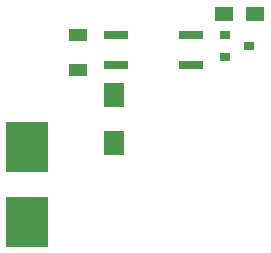
<source format=gbr>
G04 #@! TF.GenerationSoftware,KiCad,Pcbnew,(5.0.2)-1*
G04 #@! TF.CreationDate,2020-01-19T23:31:25+01:00*
G04 #@! TF.ProjectId,loftrelayRound,6c6f6674-7265-46c6-9179-526f756e642e,rev?*
G04 #@! TF.SameCoordinates,Original*
G04 #@! TF.FileFunction,Paste,Bot*
G04 #@! TF.FilePolarity,Positive*
%FSLAX46Y46*%
G04 Gerber Fmt 4.6, Leading zero omitted, Abs format (unit mm)*
G04 Created by KiCad (PCBNEW (5.0.2)-1) date 19/01/2020 23:31:25*
%MOMM*%
%LPD*%
G01*
G04 APERTURE LIST*
%ADD10R,1.700000X2.000000*%
%ADD11R,1.500000X1.300000*%
%ADD12R,1.600000X1.000000*%
%ADD13R,2.000000X0.640000*%
%ADD14R,0.900000X0.800000*%
%ADD15R,3.556000X4.191000*%
G04 APERTURE END LIST*
D10*
G04 #@! TO.C,R1*
X137160000Y-110236000D03*
X137160000Y-106236000D03*
G04 #@! TD*
D11*
G04 #@! TO.C,R2*
X149098000Y-99314000D03*
X146398000Y-99314000D03*
G04 #@! TD*
D12*
G04 #@! TO.C,D2*
X134112000Y-101092000D03*
X134112000Y-104092000D03*
G04 #@! TD*
D13*
G04 #@! TO.C,U2*
X143612000Y-103632000D03*
X143612000Y-101092000D03*
X137312000Y-101092000D03*
X137312000Y-103632000D03*
G04 #@! TD*
D14*
G04 #@! TO.C,D3*
X146558000Y-102992000D03*
X146558000Y-101092000D03*
X148558000Y-102042000D03*
G04 #@! TD*
D15*
G04 #@! TO.C,F1*
X129794000Y-110617000D03*
X129794000Y-116967000D03*
G04 #@! TD*
M02*

</source>
